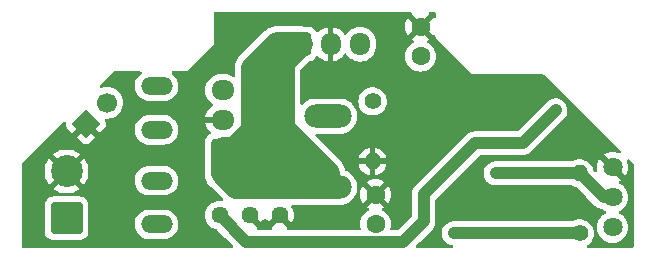
<source format=gbr>
%TF.GenerationSoftware,KiCad,Pcbnew,7.0.9*%
%TF.CreationDate,2024-06-22T15:00:00+09:00*%
%TF.ProjectId,PSU,5053552e-6b69-4636-9164-5f7063625858,rev?*%
%TF.SameCoordinates,Original*%
%TF.FileFunction,Copper,L2,Bot*%
%TF.FilePolarity,Positive*%
%FSLAX46Y46*%
G04 Gerber Fmt 4.6, Leading zero omitted, Abs format (unit mm)*
G04 Created by KiCad (PCBNEW 7.0.9) date 2024-06-22 15:00:00*
%MOMM*%
%LPD*%
G01*
G04 APERTURE LIST*
G04 Aperture macros list*
%AMRoundRect*
0 Rectangle with rounded corners*
0 $1 Rounding radius*
0 $2 $3 $4 $5 $6 $7 $8 $9 X,Y pos of 4 corners*
0 Add a 4 corners polygon primitive as box body*
4,1,4,$2,$3,$4,$5,$6,$7,$8,$9,$2,$3,0*
0 Add four circle primitives for the rounded corners*
1,1,$1+$1,$2,$3*
1,1,$1+$1,$4,$5*
1,1,$1+$1,$6,$7*
1,1,$1+$1,$8,$9*
0 Add four rect primitives between the rounded corners*
20,1,$1+$1,$2,$3,$4,$5,0*
20,1,$1+$1,$4,$5,$6,$7,0*
20,1,$1+$1,$6,$7,$8,$9,0*
20,1,$1+$1,$8,$9,$2,$3,0*%
%AMHorizOval*
0 Thick line with rounded ends*
0 $1 width*
0 $2 $3 position (X,Y) of the first rounded end (center of the circle)*
0 $4 $5 position (X,Y) of the second rounded end (center of the circle)*
0 Add line between two ends*
20,1,$1,$2,$3,$4,$5,0*
0 Add two circle primitives to create the rounded ends*
1,1,$1,$2,$3*
1,1,$1,$4,$5*%
%AMRotRect*
0 Rectangle, with rotation*
0 The origin of the aperture is its center*
0 $1 length*
0 $2 width*
0 $3 Rotation angle, in degrees counterclockwise*
0 Add horizontal line*
21,1,$1,$2,0,0,$3*%
G04 Aperture macros list end*
%TA.AperFunction,ComponentPad*%
%ADD10C,1.600000*%
%TD*%
%TA.AperFunction,ComponentPad*%
%ADD11C,1.400000*%
%TD*%
%TA.AperFunction,ComponentPad*%
%ADD12O,1.400000X1.400000*%
%TD*%
%TA.AperFunction,ComponentPad*%
%ADD13C,1.635000*%
%TD*%
%TA.AperFunction,ComponentPad*%
%ADD14RotRect,1.700000X1.700000X135.000000*%
%TD*%
%TA.AperFunction,ComponentPad*%
%ADD15HorizOval,1.700000X0.000000X0.000000X0.000000X0.000000X0*%
%TD*%
%TA.AperFunction,ComponentPad*%
%ADD16RoundRect,0.250000X0.725000X-0.600000X0.725000X0.600000X-0.725000X0.600000X-0.725000X-0.600000X0*%
%TD*%
%TA.AperFunction,ComponentPad*%
%ADD17O,1.950000X1.700000*%
%TD*%
%TA.AperFunction,ComponentPad*%
%ADD18O,2.700000X1.500000*%
%TD*%
%TA.AperFunction,ComponentPad*%
%ADD19RoundRect,0.250001X1.099999X-1.099999X1.099999X1.099999X-1.099999X1.099999X-1.099999X-1.099999X0*%
%TD*%
%TA.AperFunction,ComponentPad*%
%ADD20C,2.700000*%
%TD*%
%TA.AperFunction,ComponentPad*%
%ADD21RoundRect,0.250000X-0.600000X-0.725000X0.600000X-0.725000X0.600000X0.725000X-0.600000X0.725000X0*%
%TD*%
%TA.AperFunction,ComponentPad*%
%ADD22O,1.700000X1.950000*%
%TD*%
%TA.AperFunction,ComponentPad*%
%ADD23C,1.440000*%
%TD*%
%TA.AperFunction,ComponentPad*%
%ADD24O,4.000000X2.000000*%
%TD*%
%TA.AperFunction,ViaPad*%
%ADD25C,0.800000*%
%TD*%
%TA.AperFunction,Conductor*%
%ADD26C,2.000000*%
%TD*%
%TA.AperFunction,Conductor*%
%ADD27C,1.000000*%
%TD*%
G04 APERTURE END LIST*
D10*
%TO.P,C2,1*%
%TO.N,+5V*%
X160274000Y-82550000D03*
%TO.P,C2,2*%
%TO.N,GND*%
X160274000Y-80050000D03*
%TD*%
%TO.P,C1,1*%
%TO.N,+12V*%
X156464000Y-96754000D03*
%TO.P,C1,2*%
%TO.N,GND*%
X156464000Y-94254000D03*
%TD*%
D11*
%TO.P,R1,1*%
%TO.N,+12V*%
X173736000Y-97536000D03*
D12*
%TO.P,R1,2*%
%TO.N,Net-(U1-ON{slash}OFF_CTRL)*%
X173736000Y-92456000D03*
%TD*%
D13*
%TO.P,SW1,1*%
%TO.N,GND*%
X176530000Y-91948000D03*
%TO.P,SW1,2*%
%TO.N,Net-(U1-ON{slash}OFF_CTRL)*%
X176530000Y-94488000D03*
%TO.P,SW1,3*%
%TO.N,N/C*%
X176530000Y-97028000D03*
%TD*%
D14*
%TO.P,MES1,1,-*%
%TO.N,GND*%
X131940439Y-88277562D03*
D15*
%TO.P,MES1,2,+*%
%TO.N,Net-(D1-K)*%
X133736490Y-86481511D03*
%TD*%
D16*
%TO.P,J1,1,Pin_1*%
%TO.N,+12V*%
X143510000Y-90424000D03*
D17*
%TO.P,J1,2,Pin_2*%
%TO.N,GND*%
X143510000Y-87924000D03*
%TO.P,J1,3,Pin_3*%
%TO.N,+5V*%
X143510000Y-85424000D03*
%TD*%
D18*
%TO.P,F1,1*%
%TO.N,Net-(BT1-+)*%
X137922000Y-96774000D03*
X137922000Y-93074000D03*
%TO.P,F1,2*%
%TO.N,Net-(D1-K)*%
X137922000Y-88774000D03*
X137922000Y-85074000D03*
%TD*%
D11*
%TO.P,R2,1*%
%TO.N,+5V*%
X156210000Y-86360000D03*
D12*
%TO.P,R2,2*%
%TO.N,GND*%
X156210000Y-91440000D03*
%TD*%
D19*
%TO.P,BT1,1,+*%
%TO.N,Net-(BT1-+)*%
X130302000Y-96266000D03*
D20*
%TO.P,BT1,2,-*%
%TO.N,GND*%
X130302000Y-92306000D03*
%TD*%
D21*
%TO.P,J2,1,Pin_1*%
%TO.N,+12V*%
X150154000Y-81517000D03*
D22*
%TO.P,J2,2,Pin_2*%
%TO.N,GND*%
X152654000Y-81517000D03*
%TO.P,J2,3,Pin_3*%
%TO.N,+5V*%
X155154000Y-81517000D03*
%TD*%
D23*
%TO.P,RV1,1,1*%
%TO.N,GND*%
X148336000Y-96012000D03*
%TO.P,RV1,2,2*%
X145796000Y-96012000D03*
%TO.P,RV1,3,3*%
%TO.N,Net-(U1-TRIM)*%
X143256000Y-96012000D03*
%TD*%
D24*
%TO.P,SW2,1*%
%TO.N,Net-(D1-K)*%
X152400000Y-87630000D03*
%TO.P,SW2,2*%
%TO.N,+12V*%
X152400000Y-93630000D03*
%TD*%
D25*
%TO.N,GND*%
X133604000Y-89408000D03*
X175006000Y-95758000D03*
X173482000Y-90678000D03*
X175260000Y-90678000D03*
X127000000Y-98044000D03*
X143510000Y-98298000D03*
X175260000Y-98298000D03*
X127000000Y-91948000D03*
X155194000Y-92710000D03*
X157226000Y-92710000D03*
X157226000Y-89154000D03*
X177800000Y-98298000D03*
X154432000Y-89408000D03*
X167640000Y-94234000D03*
X168148000Y-88392000D03*
X155194000Y-88138000D03*
X171704000Y-95504000D03*
X132842000Y-92202000D03*
X158242000Y-80010000D03*
X154432000Y-91440000D03*
X173228000Y-87376000D03*
X139446000Y-98298000D03*
X127000000Y-94996000D03*
X174244000Y-89154000D03*
X162560000Y-88646000D03*
X147066000Y-79502000D03*
X150114000Y-96266000D03*
X153924000Y-79502000D03*
X162560000Y-94234000D03*
X141478000Y-95758000D03*
X177800000Y-93218000D03*
X165608000Y-91440000D03*
X162560000Y-90170000D03*
X139954000Y-95504000D03*
X163830000Y-95758000D03*
X151638000Y-79502000D03*
X129794000Y-89662000D03*
X147066000Y-96774000D03*
X165354000Y-88392000D03*
X173482000Y-94234000D03*
X177800000Y-95758000D03*
X144780000Y-82042000D03*
X135890000Y-91186000D03*
X143256000Y-79248000D03*
X141478000Y-84074000D03*
%TO.N,+12V*%
X163068000Y-97536000D03*
%TO.N,Net-(U1-ON{slash}OFF_CTRL)*%
X166624000Y-92456000D03*
%TO.N,Net-(U1-TRIM)*%
X171704000Y-87122000D03*
%TD*%
D26*
%TO.N,+12V*%
X146050000Y-88859000D02*
X144485000Y-90424000D01*
X150154000Y-81517000D02*
X148590000Y-83081000D01*
X148590000Y-83081000D02*
X148590000Y-88900000D01*
X150114000Y-93630000D02*
X148844000Y-93630000D01*
X145288000Y-90424000D02*
X147320000Y-88392000D01*
X148590000Y-89916000D02*
X152304000Y-93630000D01*
X143510000Y-90424000D02*
X145288000Y-90424000D01*
X146908000Y-90424000D02*
X150114000Y-93630000D01*
X144684000Y-93630000D02*
X152400000Y-93630000D01*
X147320000Y-88392000D02*
X147320000Y-90424000D01*
X146716000Y-93630000D02*
X143510000Y-90424000D01*
X152304000Y-93630000D02*
X152400000Y-93630000D01*
X143510000Y-92456000D02*
X144684000Y-93630000D01*
X147320000Y-90424000D02*
X143510000Y-90424000D01*
X143510000Y-90424000D02*
X146908000Y-90424000D01*
X152400000Y-92456000D02*
X148844000Y-88900000D01*
X148844000Y-88900000D02*
X148590000Y-88900000D01*
X143510000Y-90424000D02*
X145638000Y-90424000D01*
X147320000Y-82296000D02*
X147320000Y-88392000D01*
X152400000Y-93630000D02*
X152400000Y-92456000D01*
X146050000Y-83566000D02*
X146050000Y-88859000D01*
X144485000Y-90424000D02*
X143510000Y-90424000D01*
X145638000Y-90424000D02*
X148844000Y-93630000D01*
X148099000Y-81517000D02*
X146050000Y-83566000D01*
D27*
X173736000Y-97536000D02*
X163068000Y-97536000D01*
D26*
X143510000Y-90424000D02*
X143510000Y-92456000D01*
X148590000Y-88900000D02*
X148590000Y-89916000D01*
X150154000Y-81517000D02*
X148099000Y-81517000D01*
X148844000Y-93630000D02*
X146716000Y-93630000D01*
X148099000Y-81517000D02*
X147320000Y-82296000D01*
X152400000Y-93630000D02*
X150114000Y-93630000D01*
D27*
%TO.N,Net-(U1-ON{slash}OFF_CTRL)*%
X166624000Y-92456000D02*
X173736000Y-92456000D01*
X175768000Y-94488000D02*
X173736000Y-92456000D01*
X176530000Y-94488000D02*
X175768000Y-94488000D01*
%TO.N,Net-(U1-TRIM)*%
X143256000Y-96012000D02*
X145498000Y-98254000D01*
X164846000Y-89916000D02*
X168910000Y-89916000D01*
X160528000Y-96520000D02*
X160528000Y-94234000D01*
X168910000Y-89916000D02*
X171704000Y-87122000D01*
X160528000Y-94234000D02*
X164846000Y-89916000D01*
X145498000Y-98254000D02*
X158794000Y-98254000D01*
X158794000Y-98254000D02*
X160528000Y-96520000D01*
%TD*%
%TA.AperFunction,Conductor*%
%TO.N,GND*%
G36*
X159502882Y-78794184D02*
G01*
X159548637Y-78846988D01*
X159558581Y-78916146D01*
X159552078Y-78930384D01*
X159548526Y-78970973D01*
X160229600Y-79652046D01*
X160148852Y-79664835D01*
X160035955Y-79722359D01*
X159946359Y-79811955D01*
X159888835Y-79924852D01*
X159876046Y-80005599D01*
X159194973Y-79324526D01*
X159194972Y-79324527D01*
X159143868Y-79397513D01*
X159047734Y-79603673D01*
X159047730Y-79603682D01*
X158988860Y-79823389D01*
X158988858Y-79823400D01*
X158969034Y-80049997D01*
X158969034Y-80050002D01*
X158988858Y-80276599D01*
X158988860Y-80276610D01*
X159047730Y-80496317D01*
X159047734Y-80496326D01*
X159143865Y-80702481D01*
X159143866Y-80702483D01*
X159194973Y-80775471D01*
X159194974Y-80775472D01*
X159876046Y-80094399D01*
X159888835Y-80175148D01*
X159946359Y-80288045D01*
X160035955Y-80377641D01*
X160148852Y-80435165D01*
X160229599Y-80447953D01*
X159548526Y-81129025D01*
X159548526Y-81129026D01*
X159621512Y-81180131D01*
X159621515Y-81180132D01*
X159636974Y-81187341D01*
X159689414Y-81233513D01*
X159708567Y-81300706D01*
X159688352Y-81367587D01*
X159636978Y-81412105D01*
X159621269Y-81419430D01*
X159621265Y-81419432D01*
X159434858Y-81549954D01*
X159273954Y-81710858D01*
X159143432Y-81897265D01*
X159143431Y-81897267D01*
X159047261Y-82103502D01*
X159047258Y-82103511D01*
X158988366Y-82323302D01*
X158988364Y-82323313D01*
X158968532Y-82549998D01*
X158968532Y-82550001D01*
X158988364Y-82776686D01*
X158988366Y-82776697D01*
X159047258Y-82996488D01*
X159047261Y-82996497D01*
X159143431Y-83202732D01*
X159143432Y-83202734D01*
X159273954Y-83389141D01*
X159434858Y-83550045D01*
X159434861Y-83550047D01*
X159621266Y-83680568D01*
X159827504Y-83776739D01*
X160047308Y-83835635D01*
X160209230Y-83849801D01*
X160273998Y-83855468D01*
X160274000Y-83855468D01*
X160274002Y-83855468D01*
X160330673Y-83850509D01*
X160500692Y-83835635D01*
X160720496Y-83776739D01*
X160926734Y-83680568D01*
X161113139Y-83550047D01*
X161274047Y-83389139D01*
X161404568Y-83202734D01*
X161500739Y-82996496D01*
X161559635Y-82776692D01*
X161579468Y-82550000D01*
X161579369Y-82548874D01*
X161559635Y-82323313D01*
X161559635Y-82323308D01*
X161501318Y-82105664D01*
X161500741Y-82103511D01*
X161500738Y-82103502D01*
X161448743Y-81992000D01*
X161404568Y-81897266D01*
X161274047Y-81710861D01*
X161274045Y-81710858D01*
X161113141Y-81549954D01*
X160926734Y-81419432D01*
X160926730Y-81419430D01*
X160911022Y-81412105D01*
X160858583Y-81365931D01*
X160839433Y-81298737D01*
X160859650Y-81231857D01*
X160911028Y-81187340D01*
X160926481Y-81180134D01*
X160999472Y-81129025D01*
X160318401Y-80447953D01*
X160399148Y-80435165D01*
X160512045Y-80377641D01*
X160601641Y-80288045D01*
X160659165Y-80175148D01*
X160671953Y-80094400D01*
X161353025Y-80775472D01*
X161409192Y-80770558D01*
X161477692Y-80784324D01*
X161527875Y-80832939D01*
X161544000Y-80894086D01*
X161544000Y-81026000D01*
X164592000Y-84074000D01*
X170677369Y-84074000D01*
X170744408Y-84093685D01*
X170765050Y-84110319D01*
X174510436Y-87855705D01*
X177192637Y-90537905D01*
X177226122Y-90599228D01*
X177221138Y-90668920D01*
X177179266Y-90724853D01*
X177113802Y-90749270D01*
X177052552Y-90737968D01*
X176982339Y-90705227D01*
X176982325Y-90705222D01*
X176759660Y-90645560D01*
X176759649Y-90645558D01*
X176530002Y-90625467D01*
X176529998Y-90625467D01*
X176300350Y-90645558D01*
X176300339Y-90645560D01*
X176077674Y-90705222D01*
X176077665Y-90705226D01*
X175868740Y-90802649D01*
X175791961Y-90856409D01*
X176362231Y-91426679D01*
X176244164Y-91477963D01*
X176127950Y-91572511D01*
X176041553Y-91694907D01*
X176010560Y-91782112D01*
X175438409Y-91209961D01*
X175384649Y-91286740D01*
X175287226Y-91495665D01*
X175287222Y-91495674D01*
X175227560Y-91718339D01*
X175227558Y-91718350D01*
X175207467Y-91947998D01*
X175207467Y-91948001D01*
X175227558Y-92177649D01*
X175227561Y-92177663D01*
X175237717Y-92215568D01*
X175236054Y-92285418D01*
X175196890Y-92343280D01*
X175132662Y-92370783D01*
X175063759Y-92359196D01*
X175030261Y-92335341D01*
X174940598Y-92245678D01*
X174909013Y-92191932D01*
X174860229Y-92020472D01*
X174850500Y-92000933D01*
X174761061Y-91821316D01*
X174761056Y-91821308D01*
X174626979Y-91643761D01*
X174462562Y-91493876D01*
X174462560Y-91493874D01*
X174273404Y-91376754D01*
X174273398Y-91376752D01*
X174065940Y-91296382D01*
X173847243Y-91255500D01*
X173624757Y-91255500D01*
X173406060Y-91296382D01*
X173388296Y-91303264D01*
X173198601Y-91376752D01*
X173198595Y-91376754D01*
X173101414Y-91436927D01*
X173036137Y-91455500D01*
X166573257Y-91455500D01*
X166421560Y-91470925D01*
X166227420Y-91531837D01*
X166227405Y-91531844D01*
X166049500Y-91630589D01*
X166049495Y-91630592D01*
X165895106Y-91763132D01*
X165895104Y-91763134D01*
X165770554Y-91924037D01*
X165770553Y-91924040D01*
X165680940Y-92106728D01*
X165629937Y-92303714D01*
X165619631Y-92506936D01*
X165650442Y-92708063D01*
X165650445Y-92708075D01*
X165721111Y-92898881D01*
X165721113Y-92898884D01*
X165721114Y-92898887D01*
X165738472Y-92926735D01*
X165828745Y-93071567D01*
X165828749Y-93071572D01*
X165927040Y-93174974D01*
X165968941Y-93219053D01*
X166097344Y-93308424D01*
X166135949Y-93335294D01*
X166135950Y-93335294D01*
X166135951Y-93335295D01*
X166322942Y-93415540D01*
X166522259Y-93456500D01*
X173036137Y-93456500D01*
X173101414Y-93475073D01*
X173198595Y-93535245D01*
X173198596Y-93535245D01*
X173198599Y-93535247D01*
X173406060Y-93615618D01*
X173460115Y-93625722D01*
X173522394Y-93657391D01*
X173525009Y-93659930D01*
X174291080Y-94426000D01*
X175051548Y-95186468D01*
X175112941Y-95251053D01*
X175112944Y-95251055D01*
X175112947Y-95251058D01*
X175124959Y-95259418D01*
X175163303Y-95286106D01*
X175167044Y-95288926D01*
X175214593Y-95327698D01*
X175245045Y-95343604D01*
X175251758Y-95347672D01*
X175279951Y-95367295D01*
X175336329Y-95391489D01*
X175340578Y-95393507D01*
X175394951Y-95421909D01*
X175422489Y-95429788D01*
X175427974Y-95431358D01*
X175435368Y-95433990D01*
X175466942Y-95447540D01*
X175466945Y-95447540D01*
X175466946Y-95447541D01*
X175527022Y-95459887D01*
X175531600Y-95461010D01*
X175545501Y-95464987D01*
X175590582Y-95477887D01*
X175613097Y-95479601D01*
X175618701Y-95480028D01*
X175680412Y-95502095D01*
X175868477Y-95633779D01*
X175868479Y-95633780D01*
X175868482Y-95633782D01*
X175893865Y-95645618D01*
X175946304Y-95691790D01*
X175965456Y-95758984D01*
X175945240Y-95825865D01*
X175893866Y-95870381D01*
X175868489Y-95882214D01*
X175868482Y-95882218D01*
X175679566Y-96014497D01*
X175516497Y-96177566D01*
X175384218Y-96366482D01*
X175384217Y-96366484D01*
X175286755Y-96575493D01*
X175286751Y-96575502D01*
X175227066Y-96798251D01*
X175227064Y-96798262D01*
X175206965Y-97027998D01*
X175206965Y-97028001D01*
X175227064Y-97257737D01*
X175227066Y-97257748D01*
X175286751Y-97480497D01*
X175286753Y-97480501D01*
X175286754Y-97480505D01*
X175361903Y-97641663D01*
X175384218Y-97689518D01*
X175384220Y-97689522D01*
X175516496Y-97878432D01*
X175679567Y-98041503D01*
X175868477Y-98173779D01*
X175868479Y-98173780D01*
X175868482Y-98173782D01*
X176077495Y-98271246D01*
X176300257Y-98330935D01*
X176464359Y-98345292D01*
X176529998Y-98351035D01*
X176530000Y-98351035D01*
X176530002Y-98351035D01*
X176587435Y-98346010D01*
X176759743Y-98330935D01*
X176982505Y-98271246D01*
X177191518Y-98173782D01*
X177380431Y-98041504D01*
X177543504Y-97878431D01*
X177675782Y-97689518D01*
X177773246Y-97480505D01*
X177832935Y-97257743D01*
X177852392Y-97035352D01*
X177853035Y-97028001D01*
X177853035Y-97027998D01*
X177845557Y-96942531D01*
X177832935Y-96798257D01*
X177773246Y-96575495D01*
X177675782Y-96366483D01*
X177543504Y-96177569D01*
X177543502Y-96177566D01*
X177380432Y-96014496D01*
X177191522Y-95882220D01*
X177191519Y-95882219D01*
X177191520Y-95882219D01*
X177191518Y-95882218D01*
X177166134Y-95870381D01*
X177113696Y-95824211D01*
X177094543Y-95757018D01*
X177114758Y-95690136D01*
X177166134Y-95645618D01*
X177191518Y-95633782D01*
X177380431Y-95501504D01*
X177543504Y-95338431D01*
X177675782Y-95149518D01*
X177773246Y-94940505D01*
X177832935Y-94717743D01*
X177853035Y-94488000D01*
X177852388Y-94480610D01*
X177843512Y-94379148D01*
X177832935Y-94258257D01*
X177778896Y-94056582D01*
X177773248Y-94035502D01*
X177773247Y-94035501D01*
X177773246Y-94035495D01*
X177675782Y-93826483D01*
X177573632Y-93680597D01*
X177543502Y-93637566D01*
X177380432Y-93474496D01*
X177191522Y-93342220D01*
X177191518Y-93342218D01*
X177165542Y-93330105D01*
X177113104Y-93283934D01*
X177093952Y-93216740D01*
X177114168Y-93149859D01*
X177165545Y-93105341D01*
X177191264Y-93093347D01*
X177268038Y-93039590D01*
X176697768Y-92469320D01*
X176815836Y-92418037D01*
X176932050Y-92323489D01*
X177018447Y-92201093D01*
X177049439Y-92113887D01*
X177621590Y-92686038D01*
X177675348Y-92609264D01*
X177772773Y-92400334D01*
X177772777Y-92400325D01*
X177832439Y-92177660D01*
X177832441Y-92177649D01*
X177852533Y-91948001D01*
X177852533Y-91947998D01*
X177832441Y-91718350D01*
X177832439Y-91718339D01*
X177772777Y-91495674D01*
X177772772Y-91495660D01*
X177740031Y-91425449D01*
X177729538Y-91356372D01*
X177758057Y-91292587D01*
X177816533Y-91254347D01*
X177886400Y-91253792D01*
X177940093Y-91285362D01*
X178271681Y-91616949D01*
X178305166Y-91678272D01*
X178308000Y-91704630D01*
X178308000Y-98649500D01*
X178288315Y-98716539D01*
X178235511Y-98762294D01*
X178184000Y-98773500D01*
X174453629Y-98773500D01*
X174386590Y-98753815D01*
X174340835Y-98701011D01*
X174330891Y-98631853D01*
X174359916Y-98568297D01*
X174388352Y-98544073D01*
X174462560Y-98498125D01*
X174462559Y-98498125D01*
X174462562Y-98498124D01*
X174626981Y-98348236D01*
X174761058Y-98170689D01*
X174860229Y-97971528D01*
X174921115Y-97757536D01*
X174941643Y-97536000D01*
X174921115Y-97314464D01*
X174860229Y-97100472D01*
X174846753Y-97073408D01*
X174761061Y-96901316D01*
X174761056Y-96901308D01*
X174626979Y-96723761D01*
X174462562Y-96573876D01*
X174462560Y-96573874D01*
X174273404Y-96456754D01*
X174273398Y-96456752D01*
X174272859Y-96456543D01*
X174065940Y-96376382D01*
X173847243Y-96335500D01*
X173624757Y-96335500D01*
X173406060Y-96376382D01*
X173314120Y-96412000D01*
X173198601Y-96456752D01*
X173198595Y-96456754D01*
X173101414Y-96516927D01*
X173036137Y-96535500D01*
X163017257Y-96535500D01*
X162865560Y-96550925D01*
X162671420Y-96611837D01*
X162671405Y-96611844D01*
X162493500Y-96710589D01*
X162493495Y-96710592D01*
X162339106Y-96843132D01*
X162339104Y-96843134D01*
X162214554Y-97004037D01*
X162214553Y-97004040D01*
X162124940Y-97186728D01*
X162073937Y-97383714D01*
X162063631Y-97586936D01*
X162094442Y-97788063D01*
X162094445Y-97788075D01*
X162165111Y-97978881D01*
X162165113Y-97978884D01*
X162165114Y-97978887D01*
X162193544Y-98024499D01*
X162272745Y-98151567D01*
X162272747Y-98151569D01*
X162272748Y-98151571D01*
X162412941Y-98299053D01*
X162541344Y-98388424D01*
X162579949Y-98415294D01*
X162579950Y-98415294D01*
X162579951Y-98415295D01*
X162766942Y-98495540D01*
X162857679Y-98514186D01*
X162925081Y-98528038D01*
X162986786Y-98560815D01*
X163020975Y-98621748D01*
X163016793Y-98691493D01*
X162975569Y-98747905D01*
X162910390Y-98773074D01*
X162900120Y-98773500D01*
X159988783Y-98773500D01*
X159921744Y-98753815D01*
X159875989Y-98701011D01*
X159866045Y-98631853D01*
X159895070Y-98568297D01*
X159901102Y-98561819D01*
X160191677Y-98271244D01*
X161226487Y-97236433D01*
X161291053Y-97175059D01*
X161326097Y-97124709D01*
X161328924Y-97120957D01*
X161367698Y-97073407D01*
X161383607Y-97042948D01*
X161387667Y-97036248D01*
X161407295Y-97008049D01*
X161431492Y-96951660D01*
X161433498Y-96947435D01*
X161461909Y-96893049D01*
X161471357Y-96860022D01*
X161473988Y-96852633D01*
X161487540Y-96821058D01*
X161499895Y-96760930D01*
X161500999Y-96756429D01*
X161517886Y-96697418D01*
X161520494Y-96663157D01*
X161521585Y-96655389D01*
X161528500Y-96621743D01*
X161528500Y-96560398D01*
X161528679Y-96555688D01*
X161529042Y-96550925D01*
X161533337Y-96494524D01*
X161528997Y-96460442D01*
X161528500Y-96452603D01*
X161528500Y-94699782D01*
X161548185Y-94632743D01*
X161564819Y-94612101D01*
X165224101Y-90952819D01*
X165285424Y-90919334D01*
X165311782Y-90916500D01*
X168897284Y-90916500D01*
X168986358Y-90918757D01*
X168986358Y-90918756D01*
X168986363Y-90918757D01*
X169046753Y-90907932D01*
X169051412Y-90907280D01*
X169093607Y-90902988D01*
X169112438Y-90901074D01*
X169145227Y-90890786D01*
X169152840Y-90888918D01*
X169186653Y-90882858D01*
X169243621Y-90860101D01*
X169248053Y-90858524D01*
X169254794Y-90856409D01*
X169306588Y-90840159D01*
X169336627Y-90823484D01*
X169343708Y-90820122D01*
X169375617Y-90807377D01*
X169426854Y-90773608D01*
X169430851Y-90771187D01*
X169484502Y-90741409D01*
X169510568Y-90719030D01*
X169516843Y-90714300D01*
X169545519Y-90695402D01*
X169588917Y-90652002D01*
X169592336Y-90648834D01*
X169638895Y-90608866D01*
X169659931Y-90581688D01*
X169665101Y-90575818D01*
X172447341Y-87793580D01*
X172543698Y-87675407D01*
X172637909Y-87495049D01*
X172693887Y-87299418D01*
X172709337Y-87096523D01*
X172700252Y-87025190D01*
X172683631Y-86894678D01*
X172683630Y-86894676D01*
X172683630Y-86894672D01*
X172617816Y-86702128D01*
X172563735Y-86610257D01*
X172514593Y-86526776D01*
X172514592Y-86526775D01*
X172514591Y-86526773D01*
X172378179Y-86375786D01*
X172378178Y-86375785D01*
X172378177Y-86375784D01*
X172214170Y-86255352D01*
X172214167Y-86255351D01*
X172029271Y-86170395D01*
X172029264Y-86170393D01*
X171831054Y-86124396D01*
X171627641Y-86119242D01*
X171427352Y-86155140D01*
X171427345Y-86155142D01*
X171238385Y-86230621D01*
X171238376Y-86230626D01*
X171068481Y-86342597D01*
X171068480Y-86342598D01*
X168531899Y-88879181D01*
X168470576Y-88912666D01*
X168444218Y-88915500D01*
X164858677Y-88915500D01*
X164769637Y-88913244D01*
X164769626Y-88913245D01*
X164709271Y-88924062D01*
X164704607Y-88924716D01*
X164643563Y-88930925D01*
X164643555Y-88930927D01*
X164610781Y-88941210D01*
X164603153Y-88943082D01*
X164569349Y-88949141D01*
X164512381Y-88971895D01*
X164507945Y-88973474D01*
X164449414Y-88991840D01*
X164449410Y-88991842D01*
X164419378Y-89008510D01*
X164412284Y-89011879D01*
X164380382Y-89024623D01*
X164380377Y-89024625D01*
X164329156Y-89058381D01*
X164325128Y-89060822D01*
X164271501Y-89090588D01*
X164245434Y-89112965D01*
X164239165Y-89117692D01*
X164210484Y-89136595D01*
X164210478Y-89136600D01*
X164167109Y-89179968D01*
X164163655Y-89183169D01*
X164117102Y-89223136D01*
X164096076Y-89250298D01*
X164090885Y-89256192D01*
X159829532Y-93517546D01*
X159764946Y-93578942D01*
X159729899Y-93629294D01*
X159727062Y-93633056D01*
X159688302Y-93680592D01*
X159688299Y-93680597D01*
X159672392Y-93711047D01*
X159668324Y-93717761D01*
X159648702Y-93745954D01*
X159624509Y-93802330D01*
X159622488Y-93806584D01*
X159594091Y-93860951D01*
X159594090Y-93860952D01*
X159584640Y-93893975D01*
X159582007Y-93901371D01*
X159568459Y-93932943D01*
X159556113Y-93993019D01*
X159554990Y-93997595D01*
X159538113Y-94056577D01*
X159538113Y-94056579D01*
X159535503Y-94090841D01*
X159534414Y-94098608D01*
X159528980Y-94125052D01*
X159527500Y-94132258D01*
X159527500Y-94193597D01*
X159527321Y-94198306D01*
X159522662Y-94259474D01*
X159524707Y-94275527D01*
X159527003Y-94293560D01*
X159527500Y-94301388D01*
X159527500Y-96054217D01*
X159507815Y-96121256D01*
X159491181Y-96141898D01*
X158415899Y-97217181D01*
X158354576Y-97250666D01*
X158328218Y-97253500D01*
X157838137Y-97253500D01*
X157771098Y-97233815D01*
X157725343Y-97181011D01*
X157715399Y-97111853D01*
X157718362Y-97097407D01*
X157735463Y-97033583D01*
X157749635Y-96980692D01*
X157769468Y-96754000D01*
X157766822Y-96723761D01*
X157757031Y-96611844D01*
X157749635Y-96527308D01*
X157699350Y-96339641D01*
X157690741Y-96307511D01*
X157690738Y-96307502D01*
X157594568Y-96101266D01*
X157464047Y-95914861D01*
X157464045Y-95914858D01*
X157303141Y-95753954D01*
X157116734Y-95623432D01*
X157116730Y-95623430D01*
X157101022Y-95616105D01*
X157048583Y-95569931D01*
X157029433Y-95502737D01*
X157049650Y-95435857D01*
X157101028Y-95391340D01*
X157116481Y-95384134D01*
X157189472Y-95333025D01*
X156508401Y-94651953D01*
X156589148Y-94639165D01*
X156702045Y-94581641D01*
X156791641Y-94492045D01*
X156849165Y-94379148D01*
X156861953Y-94298400D01*
X157543025Y-94979472D01*
X157594136Y-94906478D01*
X157690264Y-94700331D01*
X157690269Y-94700317D01*
X157749139Y-94480610D01*
X157749141Y-94480599D01*
X157768966Y-94254002D01*
X157768966Y-94253997D01*
X157749141Y-94027400D01*
X157749139Y-94027389D01*
X157690269Y-93807682D01*
X157690265Y-93807673D01*
X157594133Y-93601516D01*
X157594131Y-93601512D01*
X157543026Y-93528526D01*
X157543025Y-93528526D01*
X156861953Y-94209598D01*
X156849165Y-94128852D01*
X156791641Y-94015955D01*
X156702045Y-93926359D01*
X156589148Y-93868835D01*
X156508400Y-93856046D01*
X157189472Y-93174974D01*
X157189471Y-93174973D01*
X157116483Y-93123866D01*
X157116481Y-93123865D01*
X156910326Y-93027734D01*
X156910317Y-93027730D01*
X156690610Y-92968860D01*
X156690599Y-92968858D01*
X156464002Y-92949034D01*
X156463998Y-92949034D01*
X156237400Y-92968858D01*
X156237389Y-92968860D01*
X156017682Y-93027730D01*
X156017673Y-93027734D01*
X155811513Y-93123868D01*
X155738527Y-93174972D01*
X155738526Y-93174973D01*
X156419600Y-93856046D01*
X156338852Y-93868835D01*
X156225955Y-93926359D01*
X156136359Y-94015955D01*
X156078835Y-94128852D01*
X156066046Y-94209599D01*
X155384973Y-93528526D01*
X155384972Y-93528527D01*
X155333868Y-93601513D01*
X155237734Y-93807673D01*
X155237730Y-93807682D01*
X155178860Y-94027389D01*
X155178858Y-94027400D01*
X155159034Y-94253997D01*
X155159034Y-94254002D01*
X155178858Y-94480599D01*
X155178860Y-94480610D01*
X155237730Y-94700317D01*
X155237734Y-94700326D01*
X155333865Y-94906481D01*
X155333866Y-94906483D01*
X155384973Y-94979471D01*
X155384974Y-94979472D01*
X156066046Y-94298399D01*
X156078835Y-94379148D01*
X156136359Y-94492045D01*
X156225955Y-94581641D01*
X156338852Y-94639165D01*
X156419599Y-94651953D01*
X155738526Y-95333025D01*
X155738526Y-95333026D01*
X155811512Y-95384131D01*
X155811515Y-95384132D01*
X155826974Y-95391341D01*
X155879414Y-95437513D01*
X155898567Y-95504706D01*
X155878352Y-95571587D01*
X155826978Y-95616105D01*
X155811269Y-95623430D01*
X155811265Y-95623432D01*
X155624858Y-95753954D01*
X155463954Y-95914858D01*
X155333432Y-96101265D01*
X155333431Y-96101267D01*
X155237261Y-96307502D01*
X155237258Y-96307511D01*
X155178366Y-96527302D01*
X155178364Y-96527313D01*
X155158532Y-96753998D01*
X155158532Y-96754001D01*
X155178364Y-96980686D01*
X155178366Y-96980697D01*
X155209638Y-97097407D01*
X155207975Y-97167257D01*
X155168812Y-97225119D01*
X155104583Y-97252623D01*
X155089863Y-97253500D01*
X149083236Y-97253500D01*
X149016197Y-97233815D01*
X148970442Y-97181011D01*
X148960498Y-97111853D01*
X148989523Y-97048297D01*
X149003876Y-97035352D01*
X149004031Y-97033584D01*
X148380401Y-96409953D01*
X148461148Y-96397165D01*
X148574045Y-96339641D01*
X148663641Y-96250045D01*
X148721165Y-96137148D01*
X148733953Y-96056400D01*
X149357584Y-96680031D01*
X149396582Y-96624336D01*
X149396586Y-96624330D01*
X149486802Y-96430859D01*
X149486805Y-96430853D01*
X149542054Y-96224662D01*
X149542055Y-96224654D01*
X149560660Y-96012002D01*
X149560660Y-96011997D01*
X149542055Y-95799345D01*
X149542054Y-95799337D01*
X149486805Y-95593146D01*
X149486802Y-95593140D01*
X149396586Y-95399669D01*
X149396583Y-95399663D01*
X149344739Y-95325624D01*
X149322411Y-95259418D01*
X149339421Y-95191651D01*
X149390368Y-95143838D01*
X149446313Y-95130500D01*
X150051933Y-95130500D01*
X150082965Y-95130500D01*
X150176221Y-95134357D01*
X150203347Y-95130975D01*
X150211019Y-95130500D01*
X151337933Y-95130500D01*
X152241933Y-95130500D01*
X152272974Y-95130500D01*
X152366221Y-95134357D01*
X152382914Y-95132276D01*
X152393342Y-95130977D01*
X152401018Y-95130500D01*
X153462065Y-95130500D01*
X153462067Y-95130500D01*
X153539533Y-95124081D01*
X153647813Y-95115109D01*
X153647816Y-95115108D01*
X153647821Y-95115108D01*
X153888881Y-95054063D01*
X154116607Y-94954173D01*
X154324785Y-94818164D01*
X154507738Y-94649744D01*
X154660474Y-94453509D01*
X154778828Y-94234810D01*
X154859571Y-93999614D01*
X154900500Y-93754335D01*
X154900500Y-93505665D01*
X154859571Y-93260386D01*
X154778828Y-93025190D01*
X154757981Y-92986669D01*
X154660475Y-92806493D01*
X154660474Y-92806491D01*
X154507738Y-92610256D01*
X154324785Y-92441836D01*
X154324782Y-92441833D01*
X154116606Y-92305826D01*
X154011473Y-92259711D01*
X153939509Y-92228144D01*
X153886025Y-92183190D01*
X153869116Y-92145029D01*
X153864619Y-92127271D01*
X153862196Y-92117700D01*
X153853122Y-92074425D01*
X153843049Y-92026386D01*
X153833116Y-92000932D01*
X153830771Y-91993609D01*
X153824064Y-91967123D01*
X153824063Y-91967119D01*
X153813390Y-91942787D01*
X153786574Y-91881651D01*
X153752655Y-91794727D01*
X153752655Y-91794726D01*
X153738664Y-91771245D01*
X153735147Y-91764411D01*
X153729734Y-91752072D01*
X153724173Y-91739393D01*
X153711515Y-91720019D01*
X153691903Y-91690000D01*
X155033505Y-91690000D01*
X155086239Y-91875349D01*
X155185368Y-92074425D01*
X155319391Y-92251900D01*
X155483738Y-92401721D01*
X155672820Y-92518797D01*
X155672822Y-92518798D01*
X155880195Y-92599135D01*
X155960000Y-92614052D01*
X155960000Y-91690000D01*
X155033505Y-91690000D01*
X153691903Y-91690000D01*
X153673134Y-91661272D01*
X153651718Y-91625331D01*
X153625366Y-91581106D01*
X153607702Y-91560250D01*
X153603106Y-91554086D01*
X153588166Y-91531218D01*
X153588165Y-91531217D01*
X153588164Y-91531215D01*
X153531169Y-91469302D01*
X155856372Y-91469302D01*
X155885047Y-91582538D01*
X155948936Y-91680327D01*
X156041115Y-91752072D01*
X156151595Y-91790000D01*
X156239005Y-91790000D01*
X156325216Y-91775614D01*
X156427947Y-91720019D01*
X156455581Y-91690000D01*
X156460000Y-91690000D01*
X156460000Y-92614052D01*
X156539804Y-92599135D01*
X156747177Y-92518798D01*
X156747179Y-92518797D01*
X156936261Y-92401721D01*
X157100608Y-92251900D01*
X157234631Y-92074425D01*
X157333760Y-91875349D01*
X157386495Y-91690000D01*
X156460000Y-91690000D01*
X156455581Y-91690000D01*
X156507060Y-91634079D01*
X156553982Y-91527108D01*
X156563628Y-91410698D01*
X156534953Y-91297462D01*
X156471064Y-91199673D01*
X156378885Y-91127928D01*
X156268405Y-91090000D01*
X156180995Y-91090000D01*
X156094784Y-91104386D01*
X155992053Y-91159981D01*
X155912940Y-91245921D01*
X155866018Y-91352892D01*
X155856372Y-91469302D01*
X153531169Y-91469302D01*
X153524955Y-91462552D01*
X153518982Y-91455500D01*
X153504899Y-91438871D01*
X153482961Y-91416933D01*
X153419747Y-91348265D01*
X153419739Y-91348258D01*
X153398177Y-91331476D01*
X153392419Y-91326392D01*
X153256027Y-91190000D01*
X155033505Y-91190000D01*
X155960000Y-91190000D01*
X155960000Y-90265946D01*
X156460000Y-90265946D01*
X156460000Y-91190000D01*
X157386495Y-91190000D01*
X157333760Y-91004650D01*
X157234631Y-90805574D01*
X157100608Y-90628099D01*
X156936261Y-90478278D01*
X156747179Y-90361202D01*
X156747177Y-90361201D01*
X156539799Y-90280864D01*
X156460000Y-90265946D01*
X155960000Y-90265946D01*
X155880200Y-90280864D01*
X155672822Y-90361201D01*
X155672820Y-90361202D01*
X155483738Y-90478278D01*
X155319391Y-90628099D01*
X155185368Y-90805574D01*
X155086239Y-91004650D01*
X155033505Y-91190000D01*
X153256027Y-91190000D01*
X151408208Y-89342181D01*
X151374723Y-89280858D01*
X151379707Y-89211166D01*
X151421579Y-89155233D01*
X151487043Y-89130816D01*
X151495889Y-89130500D01*
X153462065Y-89130500D01*
X153462067Y-89130500D01*
X153523284Y-89125427D01*
X153647813Y-89115109D01*
X153647816Y-89115108D01*
X153647821Y-89115108D01*
X153888881Y-89054063D01*
X154116607Y-88954173D01*
X154324785Y-88818164D01*
X154507738Y-88649744D01*
X154660474Y-88453509D01*
X154778828Y-88234810D01*
X154859571Y-87999614D01*
X154900500Y-87754335D01*
X154900500Y-87505665D01*
X154859571Y-87260386D01*
X154778828Y-87025190D01*
X154735525Y-86945174D01*
X154660475Y-86806493D01*
X154660474Y-86806491D01*
X154507738Y-86610256D01*
X154347226Y-86462494D01*
X154324782Y-86441833D01*
X154199526Y-86360000D01*
X155004357Y-86360000D01*
X155024884Y-86581535D01*
X155024885Y-86581537D01*
X155085769Y-86795523D01*
X155085775Y-86795538D01*
X155184938Y-86994683D01*
X155184943Y-86994691D01*
X155319020Y-87172238D01*
X155483437Y-87322123D01*
X155483439Y-87322125D01*
X155672595Y-87439245D01*
X155672596Y-87439245D01*
X155672599Y-87439247D01*
X155880060Y-87519618D01*
X156098757Y-87560500D01*
X156098759Y-87560500D01*
X156321241Y-87560500D01*
X156321243Y-87560500D01*
X156539940Y-87519618D01*
X156747401Y-87439247D01*
X156936562Y-87322124D01*
X157100981Y-87172236D01*
X157235058Y-86994689D01*
X157334229Y-86795528D01*
X157395115Y-86581536D01*
X157415643Y-86360000D01*
X157414030Y-86342598D01*
X157395115Y-86138464D01*
X157395114Y-86138462D01*
X157392564Y-86129500D01*
X157334229Y-85924472D01*
X157334224Y-85924461D01*
X157235061Y-85725316D01*
X157235056Y-85725308D01*
X157100979Y-85547761D01*
X156936562Y-85397876D01*
X156936560Y-85397874D01*
X156747404Y-85280754D01*
X156747398Y-85280752D01*
X156539940Y-85200382D01*
X156321243Y-85159500D01*
X156098757Y-85159500D01*
X155880060Y-85200382D01*
X155771261Y-85242531D01*
X155672601Y-85280752D01*
X155672595Y-85280754D01*
X155483439Y-85397874D01*
X155483437Y-85397876D01*
X155319020Y-85547761D01*
X155184943Y-85725308D01*
X155184938Y-85725316D01*
X155085775Y-85924461D01*
X155085769Y-85924476D01*
X155024885Y-86138462D01*
X155024884Y-86138464D01*
X155004357Y-86359999D01*
X155004357Y-86360000D01*
X154199526Y-86360000D01*
X154116606Y-86305826D01*
X153888881Y-86205936D01*
X153647824Y-86144892D01*
X153647813Y-86144890D01*
X153482548Y-86131197D01*
X153462067Y-86129500D01*
X151337933Y-86129500D01*
X151318521Y-86131108D01*
X151152186Y-86144890D01*
X151152175Y-86144892D01*
X150911118Y-86205936D01*
X150683393Y-86305826D01*
X150475217Y-86441833D01*
X150298483Y-86604529D01*
X150235828Y-86635451D01*
X150166402Y-86627591D01*
X150112247Y-86583444D01*
X150090556Y-86517026D01*
X150090500Y-86513299D01*
X150090500Y-83753889D01*
X150110185Y-83686850D01*
X150126815Y-83666212D01*
X150768939Y-83024087D01*
X150830260Y-82990604D01*
X150844017Y-82988412D01*
X150906797Y-82981999D01*
X151073334Y-82926814D01*
X151222656Y-82834712D01*
X151346712Y-82710656D01*
X151438814Y-82561334D01*
X151438814Y-82561333D01*
X151442448Y-82555442D01*
X151494396Y-82508717D01*
X151563358Y-82497494D01*
X151627441Y-82525337D01*
X151635668Y-82532856D01*
X151782921Y-82680108D01*
X151976421Y-82815600D01*
X152190507Y-82915429D01*
X152190516Y-82915433D01*
X152404000Y-82972634D01*
X152404000Y-81925018D01*
X152518801Y-81977446D01*
X152620025Y-81992000D01*
X152687975Y-81992000D01*
X152789199Y-81977446D01*
X152904000Y-81925018D01*
X152904000Y-82972633D01*
X153117483Y-82915433D01*
X153117492Y-82915429D01*
X153331577Y-82815600D01*
X153331579Y-82815599D01*
X153525073Y-82680113D01*
X153525079Y-82680108D01*
X153692108Y-82513079D01*
X153692113Y-82513073D01*
X153802119Y-82355967D01*
X153856695Y-82312342D01*
X153926194Y-82305148D01*
X153988549Y-82336670D01*
X154005269Y-82355967D01*
X154115505Y-82513402D01*
X154243319Y-82641215D01*
X154282599Y-82680495D01*
X154379384Y-82748265D01*
X154476165Y-82816032D01*
X154476167Y-82816033D01*
X154476170Y-82816035D01*
X154690337Y-82915903D01*
X154918592Y-82977063D01*
X155106918Y-82993539D01*
X155153999Y-82997659D01*
X155154000Y-82997659D01*
X155154001Y-82997659D01*
X155193234Y-82994226D01*
X155389408Y-82977063D01*
X155617663Y-82915903D01*
X155831829Y-82816035D01*
X156025401Y-82680495D01*
X156192495Y-82513401D01*
X156328035Y-82319829D01*
X156427903Y-82105663D01*
X156489063Y-81877408D01*
X156504500Y-81700966D01*
X156504500Y-81333034D01*
X156489063Y-81156592D01*
X156427903Y-80928337D01*
X156328035Y-80714171D01*
X156302731Y-80678032D01*
X156192494Y-80520597D01*
X156025402Y-80353506D01*
X156025395Y-80353501D01*
X155831834Y-80217967D01*
X155831830Y-80217965D01*
X155791777Y-80199288D01*
X155617663Y-80118097D01*
X155617659Y-80118096D01*
X155617655Y-80118094D01*
X155389413Y-80056938D01*
X155389403Y-80056936D01*
X155154001Y-80036341D01*
X155153999Y-80036341D01*
X154918596Y-80056936D01*
X154918586Y-80056938D01*
X154690344Y-80118094D01*
X154690335Y-80118098D01*
X154476171Y-80217964D01*
X154476169Y-80217965D01*
X154282597Y-80353505D01*
X154115508Y-80520594D01*
X154005269Y-80678032D01*
X153950692Y-80721656D01*
X153881193Y-80728849D01*
X153818839Y-80697327D01*
X153802119Y-80678031D01*
X153692113Y-80520926D01*
X153692108Y-80520920D01*
X153525082Y-80353894D01*
X153331578Y-80218399D01*
X153117492Y-80118570D01*
X153117486Y-80118567D01*
X152904000Y-80061364D01*
X152904000Y-81108981D01*
X152789199Y-81056554D01*
X152687975Y-81042000D01*
X152620025Y-81042000D01*
X152518801Y-81056554D01*
X152404000Y-81108981D01*
X152404000Y-80061364D01*
X152403999Y-80061364D01*
X152190513Y-80118567D01*
X152190507Y-80118570D01*
X151976422Y-80218399D01*
X151976420Y-80218400D01*
X151782926Y-80353886D01*
X151635668Y-80501144D01*
X151574345Y-80534628D01*
X151504653Y-80529644D01*
X151448720Y-80487772D01*
X151442448Y-80478558D01*
X151424833Y-80450000D01*
X151346712Y-80323344D01*
X151222656Y-80199288D01*
X151091786Y-80118567D01*
X151073336Y-80107187D01*
X151073331Y-80107185D01*
X151030333Y-80092937D01*
X150906797Y-80052001D01*
X150906795Y-80052000D01*
X150804016Y-80041500D01*
X150804009Y-80041500D01*
X150451555Y-80041500D01*
X150443876Y-80041019D01*
X150440039Y-80040541D01*
X150435776Y-80040006D01*
X150428276Y-80038591D01*
X150401818Y-80031891D01*
X150401821Y-80031891D01*
X150308831Y-80024186D01*
X150298658Y-80022918D01*
X150216221Y-80012643D01*
X150216220Y-80012643D01*
X150216219Y-80012643D01*
X150122965Y-80016500D01*
X148196019Y-80016500D01*
X148188347Y-80016024D01*
X148161221Y-80012643D01*
X148161219Y-80012643D01*
X148067965Y-80016500D01*
X148036933Y-80016500D01*
X148006009Y-80019062D01*
X147912765Y-80022918D01*
X147912751Y-80022920D01*
X147886017Y-80028526D01*
X147878409Y-80029635D01*
X147851185Y-80031890D01*
X147851175Y-80031892D01*
X147779681Y-80049997D01*
X147760725Y-80054797D01*
X147750520Y-80056937D01*
X147669390Y-80073948D01*
X147669375Y-80073953D01*
X147643920Y-80083886D01*
X147636599Y-80086231D01*
X147610119Y-80092937D01*
X147610113Y-80092939D01*
X147524667Y-80130419D01*
X147437723Y-80164345D01*
X147414247Y-80178333D01*
X147407413Y-80181851D01*
X147382390Y-80192828D01*
X147304273Y-80243864D01*
X147224103Y-80291635D01*
X147203250Y-80309297D01*
X147197087Y-80313892D01*
X147174215Y-80328835D01*
X147174212Y-80328838D01*
X147105552Y-80392044D01*
X147081870Y-80412102D01*
X147059934Y-80434038D01*
X147059933Y-80434039D01*
X147017974Y-80472666D01*
X146991261Y-80497257D01*
X146991256Y-80497262D01*
X146974472Y-80518826D01*
X146969382Y-80524589D01*
X146327588Y-81166382D01*
X146321827Y-81171471D01*
X146300256Y-81188262D01*
X146237048Y-81256923D01*
X146218217Y-81275754D01*
X145057588Y-82436382D01*
X145051827Y-82441471D01*
X145030256Y-82458262D01*
X144967049Y-82526922D01*
X144945102Y-82548869D01*
X144945098Y-82548874D01*
X144925033Y-82572564D01*
X144894641Y-82605578D01*
X144861834Y-82641216D01*
X144846892Y-82664087D01*
X144842297Y-82670250D01*
X144824635Y-82691104D01*
X144776860Y-82771278D01*
X144725828Y-82849390D01*
X144725824Y-82849397D01*
X144714853Y-82874409D01*
X144711335Y-82881244D01*
X144697348Y-82904717D01*
X144697343Y-82904726D01*
X144663420Y-82991663D01*
X144625935Y-83077123D01*
X144619226Y-83103616D01*
X144616881Y-83110935D01*
X144606953Y-83136379D01*
X144606948Y-83136395D01*
X144587801Y-83227711D01*
X144564892Y-83318175D01*
X144564890Y-83318185D01*
X144562635Y-83345408D01*
X144561526Y-83353016D01*
X144555920Y-83379750D01*
X144555919Y-83379763D01*
X144552062Y-83473009D01*
X144549500Y-83503936D01*
X144549500Y-83534964D01*
X144545642Y-83628219D01*
X144545642Y-83628220D01*
X144549023Y-83655342D01*
X144549500Y-83663018D01*
X144549500Y-84177481D01*
X144529815Y-84244520D01*
X144477011Y-84290275D01*
X144407853Y-84300219D01*
X144354378Y-84279057D01*
X144312828Y-84249964D01*
X144205746Y-84200031D01*
X144098663Y-84150097D01*
X144098659Y-84150096D01*
X144098655Y-84150094D01*
X143870413Y-84088938D01*
X143870403Y-84088936D01*
X143693966Y-84073500D01*
X143326034Y-84073500D01*
X143149596Y-84088936D01*
X143149586Y-84088938D01*
X142921344Y-84150094D01*
X142921335Y-84150098D01*
X142707171Y-84249964D01*
X142707169Y-84249965D01*
X142513597Y-84385505D01*
X142346506Y-84552597D01*
X142346501Y-84552604D01*
X142210967Y-84746165D01*
X142210965Y-84746169D01*
X142111098Y-84960335D01*
X142111094Y-84960344D01*
X142049938Y-85188586D01*
X142049936Y-85188596D01*
X142029341Y-85423999D01*
X142029341Y-85424000D01*
X142049936Y-85659403D01*
X142049938Y-85659413D01*
X142111094Y-85887655D01*
X142111096Y-85887659D01*
X142111097Y-85887663D01*
X142136278Y-85941663D01*
X142210964Y-86101828D01*
X142210965Y-86101830D01*
X142346505Y-86295402D01*
X142513597Y-86462494D01*
X142671031Y-86572730D01*
X142714656Y-86627307D01*
X142721850Y-86696805D01*
X142690327Y-86759160D01*
X142671032Y-86775880D01*
X142513922Y-86885890D01*
X142513920Y-86885891D01*
X142346894Y-87052917D01*
X142211399Y-87246421D01*
X142111570Y-87460507D01*
X142111567Y-87460513D01*
X142054364Y-87673999D01*
X142054364Y-87674000D01*
X143106031Y-87674000D01*
X143073481Y-87724649D01*
X143035000Y-87855705D01*
X143035000Y-87992295D01*
X143073481Y-88123351D01*
X143106031Y-88174000D01*
X142054364Y-88174000D01*
X142111567Y-88387486D01*
X142111570Y-88387492D01*
X142211399Y-88601577D01*
X142211400Y-88601579D01*
X142346886Y-88795073D01*
X142494143Y-88942331D01*
X142527627Y-89003654D01*
X142522643Y-89073346D01*
X142480771Y-89129279D01*
X142471558Y-89135550D01*
X142316347Y-89231285D01*
X142316343Y-89231288D01*
X142192289Y-89355342D01*
X142100187Y-89504663D01*
X142100186Y-89504666D01*
X142045001Y-89671203D01*
X142045001Y-89671204D01*
X142045000Y-89671204D01*
X142034500Y-89773983D01*
X142034500Y-90126434D01*
X142034019Y-90134118D01*
X142033639Y-90137172D01*
X142033010Y-90142196D01*
X142031593Y-90149714D01*
X142024891Y-90176178D01*
X142024891Y-90176179D01*
X142019961Y-90235681D01*
X142019327Y-90240765D01*
X142009500Y-90299662D01*
X142009500Y-90326981D01*
X142009024Y-90334656D01*
X142005643Y-90361779D01*
X142009500Y-90455035D01*
X142009500Y-92358981D01*
X142009024Y-92366651D01*
X142005643Y-92393779D01*
X142009500Y-92487035D01*
X142009500Y-92518067D01*
X142009561Y-92518798D01*
X142012062Y-92548990D01*
X142015918Y-92642233D01*
X142021526Y-92668983D01*
X142022635Y-92676590D01*
X142024891Y-92703818D01*
X142024891Y-92703819D01*
X142024892Y-92703821D01*
X142047801Y-92794288D01*
X142066951Y-92885614D01*
X142066952Y-92885616D01*
X142076882Y-92911067D01*
X142079227Y-92918387D01*
X142081341Y-92926735D01*
X142085937Y-92944881D01*
X142121162Y-93025188D01*
X142123420Y-93030335D01*
X142157344Y-93117275D01*
X142171332Y-93140750D01*
X142174852Y-93147588D01*
X142185825Y-93172604D01*
X142185827Y-93172607D01*
X142236860Y-93250720D01*
X142284634Y-93330894D01*
X142302296Y-93351747D01*
X142306887Y-93357904D01*
X142321836Y-93380785D01*
X142321837Y-93380786D01*
X142385033Y-93449435D01*
X142405100Y-93473129D01*
X142427049Y-93495078D01*
X142490257Y-93563739D01*
X142511822Y-93580524D01*
X142517587Y-93585615D01*
X143522281Y-94590309D01*
X143555766Y-94651632D01*
X143550782Y-94721324D01*
X143508910Y-94777257D01*
X143443446Y-94801674D01*
X143423793Y-94801518D01*
X143256002Y-94786838D01*
X143255998Y-94786838D01*
X143043258Y-94805450D01*
X143043247Y-94805452D01*
X142836977Y-94860721D01*
X142836968Y-94860725D01*
X142643421Y-94950977D01*
X142468478Y-95073472D01*
X142317472Y-95224478D01*
X142194977Y-95399421D01*
X142104725Y-95592968D01*
X142104721Y-95592977D01*
X142049452Y-95799247D01*
X142049450Y-95799258D01*
X142030838Y-96011998D01*
X142030838Y-96012001D01*
X142049450Y-96224741D01*
X142049452Y-96224752D01*
X142104721Y-96431022D01*
X142104723Y-96431026D01*
X142104724Y-96431030D01*
X142144779Y-96516927D01*
X142194977Y-96624578D01*
X142317472Y-96799521D01*
X142468478Y-96950527D01*
X142468481Y-96950529D01*
X142643419Y-97073021D01*
X142643421Y-97073022D01*
X142643420Y-97073022D01*
X142702264Y-97100461D01*
X142836970Y-97163276D01*
X142836976Y-97163277D01*
X142836977Y-97163278D01*
X143017136Y-97211551D01*
X143072724Y-97243645D01*
X143813386Y-97984307D01*
X144390899Y-98561819D01*
X144424384Y-98623142D01*
X144419400Y-98692834D01*
X144377528Y-98748767D01*
X144312064Y-98773184D01*
X144303218Y-98773500D01*
X126616000Y-98773500D01*
X126548961Y-98753815D01*
X126503206Y-98701011D01*
X126492000Y-98649500D01*
X126492000Y-97416015D01*
X128451500Y-97416015D01*
X128462000Y-97518795D01*
X128462001Y-97518796D01*
X128517186Y-97685335D01*
X128517187Y-97685337D01*
X128609286Y-97834651D01*
X128609289Y-97834655D01*
X128733344Y-97958710D01*
X128733348Y-97958713D01*
X128882662Y-98050812D01*
X128882664Y-98050813D01*
X128882666Y-98050814D01*
X129049203Y-98105999D01*
X129151992Y-98116500D01*
X129151997Y-98116500D01*
X131452003Y-98116500D01*
X131452008Y-98116500D01*
X131554797Y-98105999D01*
X131721334Y-98050814D01*
X131870655Y-97958711D01*
X131994711Y-97834655D01*
X132086814Y-97685334D01*
X132141999Y-97518797D01*
X132152500Y-97416008D01*
X132152500Y-96830330D01*
X136067710Y-96830330D01*
X136097925Y-97053387D01*
X136097926Y-97053390D01*
X136167483Y-97267465D01*
X136274146Y-97465678D01*
X136274148Y-97465681D01*
X136414489Y-97641663D01*
X136414491Y-97641664D01*
X136414492Y-97641666D01*
X136584004Y-97789765D01*
X136777236Y-97905215D01*
X136973537Y-97978888D01*
X136987976Y-97984307D01*
X137209450Y-98024500D01*
X137209453Y-98024500D01*
X138578148Y-98024500D01*
X138578155Y-98024500D01*
X138746188Y-98009377D01*
X138746192Y-98009376D01*
X138963160Y-97949496D01*
X138963162Y-97949495D01*
X138963170Y-97949493D01*
X139165973Y-97851829D01*
X139348078Y-97719522D01*
X139503632Y-97556825D01*
X139627635Y-97368968D01*
X139684284Y-97236433D01*
X139716100Y-97161995D01*
X139716099Y-97161995D01*
X139716103Y-97161988D01*
X139766191Y-96942537D01*
X139776290Y-96717670D01*
X139746075Y-96494613D01*
X139676517Y-96280536D01*
X139569852Y-96082319D01*
X139497167Y-95991175D01*
X139429510Y-95906336D01*
X139401905Y-95882218D01*
X139259996Y-95758235D01*
X139066764Y-95642785D01*
X138947331Y-95597961D01*
X138856023Y-95563692D01*
X138634550Y-95523500D01*
X138634547Y-95523500D01*
X137265845Y-95523500D01*
X137227399Y-95526960D01*
X137097813Y-95538622D01*
X137097807Y-95538623D01*
X136880839Y-95598503D01*
X136880826Y-95598508D01*
X136678033Y-95696167D01*
X136678025Y-95696171D01*
X136495927Y-95828473D01*
X136495925Y-95828474D01*
X136340366Y-95991176D01*
X136216363Y-96179033D01*
X136127899Y-96386004D01*
X136127895Y-96386017D01*
X136077810Y-96605457D01*
X136077808Y-96605468D01*
X136068126Y-96821058D01*
X136067710Y-96830330D01*
X132152500Y-96830330D01*
X132152500Y-95115992D01*
X132141999Y-95013203D01*
X132086814Y-94846666D01*
X132061391Y-94805450D01*
X131994713Y-94697348D01*
X131994710Y-94697344D01*
X131870655Y-94573289D01*
X131870651Y-94573286D01*
X131721337Y-94481187D01*
X131721335Y-94481186D01*
X131637801Y-94453506D01*
X131554797Y-94426001D01*
X131554795Y-94426000D01*
X131452015Y-94415500D01*
X131452008Y-94415500D01*
X129151992Y-94415500D01*
X129151984Y-94415500D01*
X129049204Y-94426000D01*
X129049203Y-94426001D01*
X128882664Y-94481186D01*
X128882662Y-94481187D01*
X128733348Y-94573286D01*
X128733344Y-94573289D01*
X128609289Y-94697344D01*
X128609286Y-94697348D01*
X128517187Y-94846662D01*
X128517186Y-94846664D01*
X128462001Y-95013203D01*
X128462000Y-95013204D01*
X128451500Y-95115984D01*
X128451500Y-97416015D01*
X126492000Y-97416015D01*
X126492000Y-92306001D01*
X128447274Y-92306001D01*
X128466152Y-92569960D01*
X128522400Y-92828528D01*
X128614884Y-93076487D01*
X128741701Y-93308735D01*
X128741706Y-93308743D01*
X128829038Y-93425406D01*
X128829039Y-93425406D01*
X129550766Y-92703679D01*
X129594316Y-92785822D01*
X129714009Y-92926735D01*
X129861195Y-93038623D01*
X129903402Y-93058150D01*
X129182592Y-93778959D01*
X129182593Y-93778960D01*
X129299256Y-93866293D01*
X129299264Y-93866298D01*
X129531513Y-93993115D01*
X129531512Y-93993115D01*
X129779471Y-94085599D01*
X130038039Y-94141847D01*
X130301999Y-94160726D01*
X130302001Y-94160726D01*
X130565960Y-94141847D01*
X130824528Y-94085599D01*
X131072487Y-93993115D01*
X131304735Y-93866298D01*
X131304736Y-93866297D01*
X131421406Y-93778959D01*
X130700609Y-93058161D01*
X130819431Y-92986669D01*
X130953658Y-92859523D01*
X131056861Y-92707308D01*
X131774959Y-93425406D01*
X131862297Y-93308736D01*
X131862298Y-93308735D01*
X131959714Y-93130330D01*
X136067710Y-93130330D01*
X136097925Y-93353387D01*
X136097926Y-93353390D01*
X136167483Y-93567465D01*
X136274146Y-93765678D01*
X136274148Y-93765681D01*
X136414489Y-93941663D01*
X136414491Y-93941664D01*
X136414492Y-93941666D01*
X136584004Y-94089765D01*
X136777236Y-94205215D01*
X136987976Y-94284307D01*
X137209450Y-94324500D01*
X137209453Y-94324500D01*
X138578148Y-94324500D01*
X138578155Y-94324500D01*
X138746188Y-94309377D01*
X138746192Y-94309376D01*
X138963160Y-94249496D01*
X138963162Y-94249495D01*
X138963170Y-94249493D01*
X139165973Y-94151829D01*
X139348078Y-94019522D01*
X139503632Y-93856825D01*
X139627635Y-93668968D01*
X139643104Y-93632778D01*
X139716100Y-93461995D01*
X139716099Y-93461995D01*
X139716103Y-93461988D01*
X139766191Y-93242537D01*
X139776290Y-93017670D01*
X139746075Y-92794613D01*
X139676517Y-92580536D01*
X139569852Y-92382319D01*
X139429508Y-92206334D01*
X139259996Y-92058235D01*
X139066764Y-91942785D01*
X138948775Y-91898503D01*
X138856023Y-91863692D01*
X138634550Y-91823500D01*
X138634547Y-91823500D01*
X137265845Y-91823500D01*
X137236090Y-91826178D01*
X137097813Y-91838622D01*
X137097807Y-91838623D01*
X136880839Y-91898503D01*
X136880826Y-91898508D01*
X136678033Y-91996167D01*
X136678025Y-91996171D01*
X136495927Y-92128473D01*
X136495925Y-92128474D01*
X136340366Y-92291176D01*
X136216363Y-92479033D01*
X136127899Y-92686004D01*
X136127895Y-92686017D01*
X136077810Y-92905457D01*
X136077808Y-92905468D01*
X136071785Y-93039590D01*
X136067710Y-93130330D01*
X131959714Y-93130330D01*
X131989115Y-93076487D01*
X132081599Y-92828528D01*
X132137847Y-92569960D01*
X132156726Y-92306001D01*
X132156726Y-92305998D01*
X132137847Y-92042039D01*
X132081599Y-91783471D01*
X131989115Y-91535512D01*
X131862298Y-91303264D01*
X131862293Y-91303256D01*
X131774960Y-91186593D01*
X131774959Y-91186592D01*
X131053232Y-91908319D01*
X131009684Y-91826178D01*
X130889991Y-91685265D01*
X130742805Y-91573377D01*
X130700596Y-91553849D01*
X131421406Y-90833039D01*
X131421406Y-90833038D01*
X131304743Y-90745706D01*
X131304735Y-90745701D01*
X131072486Y-90618884D01*
X131072487Y-90618884D01*
X130824528Y-90526400D01*
X130565960Y-90470152D01*
X130302001Y-90451274D01*
X130301999Y-90451274D01*
X130038039Y-90470152D01*
X129779471Y-90526400D01*
X129531512Y-90618884D01*
X129299264Y-90745701D01*
X129182593Y-90833039D01*
X129903391Y-91553837D01*
X129784569Y-91625331D01*
X129650342Y-91752477D01*
X129547138Y-91904691D01*
X128829039Y-91186593D01*
X128741701Y-91303264D01*
X128614884Y-91535512D01*
X128522400Y-91783471D01*
X128466152Y-92042039D01*
X128447274Y-92305998D01*
X128447274Y-92306001D01*
X126492000Y-92306001D01*
X126492000Y-91704630D01*
X126511685Y-91637591D01*
X126528319Y-91616949D01*
X128278251Y-89867017D01*
X130031155Y-88114112D01*
X130092476Y-88080629D01*
X130162168Y-88085613D01*
X130218101Y-88127485D01*
X130242518Y-88192949D01*
X130241572Y-88219441D01*
X130233216Y-88277561D01*
X130253676Y-88419875D01*
X130253677Y-88419880D01*
X130313403Y-88550659D01*
X130350983Y-88597294D01*
X130809068Y-89055379D01*
X131457361Y-88407085D01*
X131480946Y-88487406D01*
X131558678Y-88608360D01*
X131667339Y-88702514D01*
X131798124Y-88762242D01*
X131807905Y-88763648D01*
X131162621Y-89408932D01*
X131620706Y-89867017D01*
X131667341Y-89904597D01*
X131798120Y-89964323D01*
X131798125Y-89964324D01*
X131940439Y-89984784D01*
X132082752Y-89964324D01*
X132082757Y-89964323D01*
X132213536Y-89904597D01*
X132260171Y-89867017D01*
X132718256Y-89408932D01*
X132718256Y-89408931D01*
X132072972Y-88763648D01*
X132082754Y-88762242D01*
X132213539Y-88702514D01*
X132322200Y-88608360D01*
X132399932Y-88487406D01*
X132423515Y-88407086D01*
X133071808Y-89055379D01*
X133071809Y-89055379D01*
X133296858Y-88830330D01*
X136067710Y-88830330D01*
X136097925Y-89053387D01*
X136097926Y-89053390D01*
X136167483Y-89267465D01*
X136274146Y-89465678D01*
X136274148Y-89465681D01*
X136414489Y-89641663D01*
X136414491Y-89641664D01*
X136414492Y-89641666D01*
X136584004Y-89789765D01*
X136777236Y-89905215D01*
X136987976Y-89984307D01*
X137209450Y-90024500D01*
X137209453Y-90024500D01*
X138578148Y-90024500D01*
X138578155Y-90024500D01*
X138746188Y-90009377D01*
X138835298Y-89984784D01*
X138963160Y-89949496D01*
X138963162Y-89949495D01*
X138963170Y-89949493D01*
X139165973Y-89851829D01*
X139348078Y-89719522D01*
X139503632Y-89556825D01*
X139627635Y-89368968D01*
X139639085Y-89342181D01*
X139716100Y-89161995D01*
X139716099Y-89161995D01*
X139716103Y-89161988D01*
X139766191Y-88942537D01*
X139776290Y-88717670D01*
X139746075Y-88494613D01*
X139676517Y-88280536D01*
X139569852Y-88082319D01*
X139490798Y-87983189D01*
X139429510Y-87906336D01*
X139429508Y-87906334D01*
X139259996Y-87758235D01*
X139066764Y-87642785D01*
X138948775Y-87598503D01*
X138856023Y-87563692D01*
X138634550Y-87523500D01*
X138634547Y-87523500D01*
X137265845Y-87523500D01*
X137227399Y-87526960D01*
X137097813Y-87538622D01*
X137097807Y-87538623D01*
X136880839Y-87598503D01*
X136880826Y-87598508D01*
X136678033Y-87696167D01*
X136678025Y-87696171D01*
X136495927Y-87828473D01*
X136495925Y-87828474D01*
X136340366Y-87991176D01*
X136216363Y-88179033D01*
X136127899Y-88386004D01*
X136127895Y-88386017D01*
X136077810Y-88605457D01*
X136077808Y-88605468D01*
X136072769Y-88717674D01*
X136067710Y-88830330D01*
X133296858Y-88830330D01*
X133529894Y-88597294D01*
X133567474Y-88550659D01*
X133627200Y-88419880D01*
X133627201Y-88419875D01*
X133647661Y-88277562D01*
X133627201Y-88135248D01*
X133627200Y-88135244D01*
X133569268Y-88008393D01*
X133559324Y-87939235D01*
X133588348Y-87875679D01*
X133647126Y-87837904D01*
X133692867Y-87833353D01*
X133736490Y-87837170D01*
X133971898Y-87816574D01*
X134200153Y-87755414D01*
X134414320Y-87655546D01*
X134607891Y-87520006D01*
X134774985Y-87352912D01*
X134910525Y-87159341D01*
X135010393Y-86945174D01*
X135071553Y-86716919D01*
X135092149Y-86481511D01*
X135071553Y-86246103D01*
X135010393Y-86017848D01*
X134910525Y-85803682D01*
X134883915Y-85765678D01*
X134774984Y-85610108D01*
X134607892Y-85443017D01*
X134607885Y-85443012D01*
X134414324Y-85307478D01*
X134414320Y-85307476D01*
X134200153Y-85207608D01*
X134200149Y-85207607D01*
X134200145Y-85207605D01*
X133971903Y-85146449D01*
X133971893Y-85146447D01*
X133736491Y-85125852D01*
X133736489Y-85125852D01*
X133501086Y-85146447D01*
X133501076Y-85146449D01*
X133272822Y-85207608D01*
X133271451Y-85208108D01*
X133270806Y-85208148D01*
X133267597Y-85209009D01*
X133267424Y-85208363D01*
X133201721Y-85212537D01*
X133140667Y-85178565D01*
X133107672Y-85116977D01*
X133113211Y-85047327D01*
X133141361Y-85003906D01*
X134288949Y-83856319D01*
X134350272Y-83822834D01*
X134376630Y-83820000D01*
X136538873Y-83820000D01*
X136605912Y-83839685D01*
X136651667Y-83892489D01*
X136661611Y-83961647D01*
X136632586Y-84025203D01*
X136611758Y-84044318D01*
X136495927Y-84128473D01*
X136495925Y-84128474D01*
X136340366Y-84291176D01*
X136216363Y-84479033D01*
X136127899Y-84686004D01*
X136127895Y-84686017D01*
X136077810Y-84905457D01*
X136077808Y-84905468D01*
X136067911Y-85125852D01*
X136067710Y-85130330D01*
X136097925Y-85353387D01*
X136097926Y-85353390D01*
X136167483Y-85567465D01*
X136274146Y-85765678D01*
X136274148Y-85765681D01*
X136414489Y-85941663D01*
X136414491Y-85941664D01*
X136414492Y-85941666D01*
X136584004Y-86089765D01*
X136777236Y-86205215D01*
X136987976Y-86284307D01*
X137209450Y-86324500D01*
X137209453Y-86324500D01*
X138578148Y-86324500D01*
X138578155Y-86324500D01*
X138746188Y-86309377D01*
X138796825Y-86295402D01*
X138963160Y-86249496D01*
X138963162Y-86249495D01*
X138963170Y-86249493D01*
X139165973Y-86151829D01*
X139348078Y-86019522D01*
X139503632Y-85856825D01*
X139627635Y-85668968D01*
X139716103Y-85461988D01*
X139766191Y-85242537D01*
X139776290Y-85017670D01*
X139746075Y-84794613D01*
X139676517Y-84580536D01*
X139661483Y-84552599D01*
X139569853Y-84382321D01*
X139569851Y-84382318D01*
X139429510Y-84206336D01*
X139259999Y-84058237D01*
X139259996Y-84058235D01*
X139246958Y-84050445D01*
X139199508Y-83999165D01*
X139187313Y-83930368D01*
X139214248Y-83865899D01*
X139271762Y-83826226D01*
X139310561Y-83820000D01*
X140462000Y-83820000D01*
X142748000Y-81534000D01*
X142748000Y-78898499D01*
X142767685Y-78831460D01*
X142820489Y-78785705D01*
X142872000Y-78774499D01*
X159435843Y-78774499D01*
X159502882Y-78794184D01*
G37*
%TD.AperFunction*%
%TA.AperFunction,Conductor*%
G36*
X147950835Y-96137148D02*
G01*
X148008359Y-96250045D01*
X148097955Y-96339641D01*
X148210852Y-96397165D01*
X148291599Y-96409953D01*
X147667967Y-97033583D01*
X147668404Y-97038581D01*
X147703511Y-97082502D01*
X147710704Y-97152001D01*
X147679182Y-97214355D01*
X147618952Y-97249769D01*
X147588763Y-97253500D01*
X146543236Y-97253500D01*
X146476197Y-97233815D01*
X146430442Y-97181011D01*
X146420498Y-97111853D01*
X146449523Y-97048297D01*
X146463876Y-97035352D01*
X146464031Y-97033584D01*
X145840400Y-96409953D01*
X145921148Y-96397165D01*
X146034045Y-96339641D01*
X146123641Y-96250045D01*
X146181165Y-96137148D01*
X146193953Y-96056400D01*
X146817584Y-96680031D01*
X146856582Y-96624336D01*
X146856586Y-96624330D01*
X146946802Y-96430859D01*
X146948658Y-96425764D01*
X146950287Y-96426357D01*
X146982588Y-96373361D01*
X147045435Y-96342830D01*
X147114810Y-96351124D01*
X147168689Y-96395608D01*
X147182586Y-96426039D01*
X147183342Y-96425764D01*
X147185197Y-96430859D01*
X147275412Y-96624328D01*
X147275413Y-96624330D01*
X147314415Y-96680030D01*
X147314415Y-96680031D01*
X147938046Y-96056400D01*
X147950835Y-96137148D01*
G37*
%TD.AperFunction*%
%TA.AperFunction,Conductor*%
G36*
X161487039Y-78794184D02*
G01*
X161532794Y-78846988D01*
X161544000Y-78898499D01*
X161544000Y-79205912D01*
X161524315Y-79272951D01*
X161471511Y-79318706D01*
X161409193Y-79329440D01*
X161353025Y-79324526D01*
X160671953Y-80005598D01*
X160659165Y-79924852D01*
X160601641Y-79811955D01*
X160512045Y-79722359D01*
X160399148Y-79664835D01*
X160318400Y-79652046D01*
X160999472Y-78970974D01*
X160996341Y-78935189D01*
X160990214Y-78875999D01*
X161021737Y-78813644D01*
X161081967Y-78778230D01*
X161112156Y-78774499D01*
X161420000Y-78774499D01*
X161487039Y-78794184D01*
G37*
%TD.AperFunction*%
%TD*%
M02*

</source>
